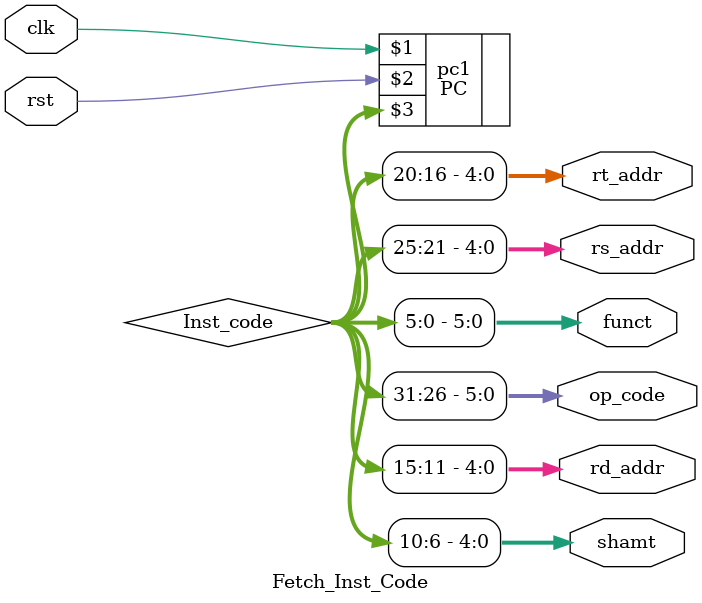
<source format=v>
`timescale 1ns / 1ps
module Fetch_Inst_Code(clk,rst,op_code,funct,rs_addr,rt_addr,rd_addr,shamt);
input clk,rst;
wire [31:0]Inst_code;
reg [31:0]PC;
wire [31:0]PC_new;
output [5:0]op_code,funct;
output [4:0]rs_addr,rt_addr,rd_addr,shamt;
PC pc1(clk,rst,Inst_code);
assign op_code = Inst_code[31:26];
assign rs_addr = Inst_code[25:21];
assign rt_addr = Inst_code[20:16];
assign rd_addr = Inst_code[15:11];
assign shamt = Inst_code[10:6];
assign funct = Inst_code[5:0];
endmodule

</source>
